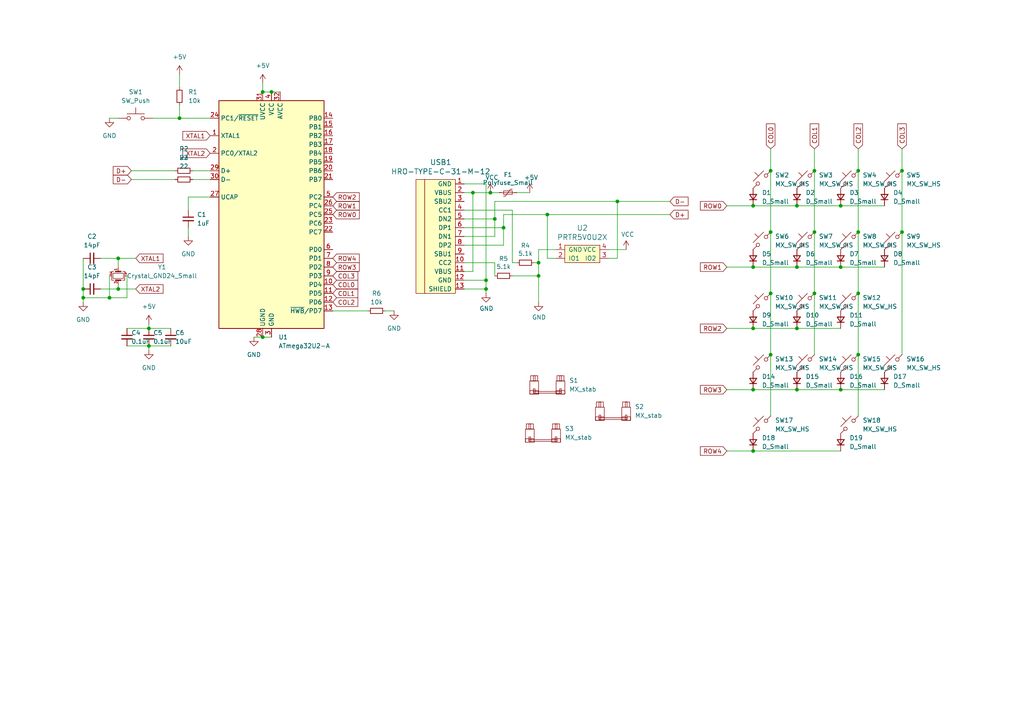
<source format=kicad_sch>
(kicad_sch (version 20211123) (generator eeschema)
  (paper "A4")
  (lib_symbols
    (symbol "Device:C_Small" (pin_numbers hide) (pin_names (offset 0.254) hide)
      (property "Reference" "C" (at 0.254 1.778 0))
      (property "Value" "C_Small" (at 0.254 -2.032 0))
      (symbol "C_Small_0_1"
        (polyline (pts (xy -1.524 -0.508) (xy 1.524 -0.508)) (stroke (width 0.3302)))
        (polyline (pts (xy -1.524 0.508) (xy 1.524 0.508)) (stroke (width 0.3048)))
      )
      (symbol "C_Small_1_1"
        (pin passive line (at 0 2.54 270) (length 2.032) (name "~") (number "1"))
        (pin passive line (at 0 -2.54 90) (length 2.032) (name "~") (number "2"))
      )
    )
    (symbol "Device:Crystal_GND24_Small" (pin_names (offset 1.016) hide)
      (property "Reference" "Y" (at 1.27 4.445 0))
      (property "Value" "Crystal_GND24_Small" (at 1.27 2.54 0))
      (symbol "Crystal_GND24_Small_0_1"
        (rectangle (start -0.762 -1.524) (end 0.762 1.524))
        (polyline (pts (xy -1.27 -0.762) (xy -1.27 0.762)) (stroke (width 0.381)))
        (polyline (pts (xy 1.27 -0.762) (xy 1.27 0.762)) (stroke (width 0.381)))
        (polyline (pts (xy -1.27 -1.27) (xy -1.27 -1.905) (xy 1.27 -1.905) (xy 1.27 -1.27)))
        (polyline (pts (xy -1.27 1.27) (xy -1.27 1.905) (xy 1.27 1.905) (xy 1.27 1.27)))
      )
      (symbol "Crystal_GND24_Small_1_1"
        (pin passive line (at -2.54 0 0) (length 1.27) (name "1") (number "1"))
        (pin passive line (at 0 -2.54 90) (length 0.635) (name "2") (number "2"))
        (pin passive line (at 2.54 0 180) (length 1.27) (name "3") (number "3"))
        (pin passive line (at 0 2.54 270) (length 0.635) (name "4") (number "4"))
      )
    )
    (symbol "Device:D_Small" (pin_numbers hide) (pin_names (offset 0.254) hide)
      (property "Reference" "D" (at -1.27 2.032 0))
      (property "Value" "D_Small" (at -3.81 -2.032 0))
      (symbol "D_Small_0_1"
        (polyline (pts (xy -0.762 -1.016) (xy -0.762 1.016)) (stroke (width 0.254)))
        (polyline (pts (xy -0.762 0) (xy 0.762 0)))
        (polyline (pts (xy 0.762 -1.016) (xy -0.762 0) (xy 0.762 1.016) (xy 0.762 -1.016)) (stroke (width 0.254)))
      )
      (symbol "D_Small_1_1"
        (pin passive line (at -2.54 0 0) (length 1.778) (name "K") (number "1"))
        (pin passive line (at 2.54 0 180) (length 1.778) (name "A") (number "2"))
      )
    )
    (symbol "Device:Polyfuse_Small" (pin_numbers hide) (pin_names (offset 0))
      (property "Reference" "F" (at -1.905 0 90))
      (property "Value" "Polyfuse_Small" (at 1.905 0 90))
      (symbol "Polyfuse_Small_0_1"
        (rectangle (start -0.508 1.27) (end 0.508 -1.27))
        (polyline (pts (xy 0 2.54) (xy 0 -2.54)))
        (polyline (pts (xy -1.016 1.27) (xy -1.016 0.762) (xy 1.016 -0.762) (xy 1.016 -1.27)))
      )
      (symbol "Polyfuse_Small_1_1"
        (pin passive line (at 0 2.54 270) (length 0.635) (name "~") (number "1"))
        (pin passive line (at 0 -2.54 90) (length 0.635) (name "~") (number "2"))
      )
    )
    (symbol "Device:R_Small" (pin_numbers hide) (pin_names (offset 0.254) hide)
      (property "Reference" "R" (at 0.762 0.508 0))
      (property "Value" "R_Small" (at 0.762 -1.016 0))
      (symbol "R_Small_0_1"
        (rectangle (start -0.762 1.778) (end 0.762 -1.778) (stroke (width 0.2032)))
      )
      (symbol "R_Small_1_1"
        (pin passive line (at 0 2.54 270) (length 0.762) (name "~") (number "1"))
        (pin passive line (at 0 -2.54 90) (length 0.762) (name "~") (number "2"))
      )
    )
    (symbol "MCU_Microchip_ATmega:ATmega32U2-A"
      (property "Reference" "U" (at -15.24 34.29 0))
      (property "Value" "ATmega32U2-A" (at 2.54 -34.29 0))
      (symbol "ATmega32U2-A_0_1"
        (rectangle (start -15.24 -33.02) (end 15.24 33.02) (stroke (width 0.254)) (fill (type background)))
      )
      (symbol "ATmega32U2-A_1_1"
        (pin input line (at -17.78 22.86 0) (length 2.54) (name "XTAL1") (number "1"))
        (pin bidirectional line (at 17.78 -20.32 180) (length 2.54) (name "PD4") (number "10"))
        (pin bidirectional line (at 17.78 -22.86 180) (length 2.54) (name "PD5") (number "11"))
        (pin bidirectional line (at 17.78 -25.4 180) (length 2.54) (name "PD6") (number "12"))
        (pin bidirectional line (at 17.78 -27.94 180) (length 2.54) (name "~{HWB}/PD7") (number "13"))
        (pin bidirectional line (at 17.78 27.94 180) (length 2.54) (name "PB0") (number "14"))
        (pin bidirectional line (at 17.78 25.4 180) (length 2.54) (name "PB1") (number "15"))
        (pin bidirectional line (at 17.78 22.86 180) (length 2.54) (name "PB2") (number "16"))
        (pin bidirectional line (at 17.78 20.32 180) (length 2.54) (name "PB3") (number "17"))
        (pin bidirectional line (at 17.78 17.78 180) (length 2.54) (name "PB4") (number "18"))
        (pin bidirectional line (at 17.78 15.24 180) (length 2.54) (name "PB5") (number "19"))
        (pin bidirectional line (at -17.78 17.78 0) (length 2.54) (name "PC0/XTAL2") (number "2"))
        (pin bidirectional line (at 17.78 12.7 180) (length 2.54) (name "PB6") (number "20"))
        (pin bidirectional line (at 17.78 10.16 180) (length 2.54) (name "PB7") (number "21"))
        (pin bidirectional line (at 17.78 -5.08 180) (length 2.54) (name "PC7") (number "22"))
        (pin bidirectional line (at 17.78 -2.54 180) (length 2.54) (name "PC6") (number "23"))
        (pin bidirectional line (at -17.78 27.94 0) (length 2.54) (name "PC1/~{RESET}") (number "24"))
        (pin bidirectional line (at 17.78 0 180) (length 2.54) (name "PC5") (number "25"))
        (pin bidirectional line (at 17.78 2.54 180) (length 2.54) (name "PC4") (number "26"))
        (pin passive line (at -17.78 5.08 0) (length 2.54) (name "UCAP") (number "27"))
        (pin power_in line (at -2.54 -35.56 90) (length 2.54) (name "UGND") (number "28"))
        (pin bidirectional line (at -17.78 12.7 0) (length 2.54) (name "D+") (number "29"))
        (pin power_in line (at 0 -35.56 90) (length 2.54) (name "GND") (number "3"))
        (pin bidirectional line (at -17.78 10.16 0) (length 2.54) (name "D-") (number "30"))
        (pin power_in line (at -2.54 35.56 270) (length 2.54) (name "UVCC") (number "31"))
        (pin power_in line (at 2.54 35.56 270) (length 2.54) (name "AVCC") (number "32"))
        (pin power_in line (at 0 35.56 270) (length 2.54) (name "VCC") (number "4"))
        (pin bidirectional line (at 17.78 5.08 180) (length 2.54) (name "PC2") (number "5"))
        (pin bidirectional line (at 17.78 -10.16 180) (length 2.54) (name "PD0") (number "6"))
        (pin bidirectional line (at 17.78 -12.7 180) (length 2.54) (name "PD1") (number "7"))
        (pin bidirectional line (at 17.78 -15.24 180) (length 2.54) (name "PD2") (number "8"))
        (pin bidirectional line (at 17.78 -17.78 180) (length 2.54) (name "PD3") (number "9"))
      )
    )
    (symbol "Switch:SW_Push" (pin_numbers hide) (pin_names (offset 1.016) hide)
      (property "Reference" "SW" (at 1.27 2.54 0))
      (property "Value" "SW_Push" (at 0 -1.524 0))
      (symbol "SW_Push_0_1"
        (circle (center -2.032 0) (radius 0.508))
        (polyline (pts (xy 0 1.27) (xy 0 3.048)))
        (polyline (pts (xy 2.54 1.27) (xy -2.54 1.27)))
        (circle (center 2.032 0) (radius 0.508))
        (pin passive line (at -5.08 0 0) (length 2.54) (name "1") (number "1"))
        (pin passive line (at 5.08 0 180) (length 2.54) (name "2") (number "2"))
      )
    )
    (symbol "Type-C:HRO-TYPE-C-31-M-12" (pin_names (offset 1.016))
      (property "Reference" "USB" (at -5.08 16.51 0))
      (property "Value" "HRO-TYPE-C-31-M-12" (at -10.16 -1.27 90))
      (symbol "HRO-TYPE-C-31-M-12_0_1"
        (rectangle (start -11.43 15.24) (end -8.89 -17.78) (fill (type background)))
        (rectangle (start 0 -17.78) (end -8.89 15.24) (fill (type background)))
      )
      (symbol "HRO-TYPE-C-31-M-12_1_1"
        (pin input line (at 2.54 13.97 180) (length 2.54) (name "GND") (number "1"))
        (pin input line (at 2.54 -8.89 180) (length 2.54) (name "CC2") (number "10"))
        (pin input line (at 2.54 -11.43 180) (length 2.54) (name "VBUS") (number "11"))
        (pin input line (at 2.54 -13.97 180) (length 2.54) (name "GND") (number "12"))
        (pin input line (at 2.54 -16.51 180) (length 2.54) (name "SHIELD") (number "13"))
        (pin input line (at 2.54 11.43 180) (length 2.54) (name "VBUS") (number "2"))
        (pin input line (at 2.54 8.89 180) (length 2.54) (name "SBU2") (number "3"))
        (pin input line (at 2.54 6.35 180) (length 2.54) (name "CC1") (number "4"))
        (pin input line (at 2.54 3.81 180) (length 2.54) (name "DN2") (number "5"))
        (pin input line (at 2.54 1.27 180) (length 2.54) (name "DP1") (number "6"))
        (pin input line (at 2.54 -1.27 180) (length 2.54) (name "DN1") (number "7"))
        (pin input line (at 2.54 -3.81 180) (length 2.54) (name "DP2") (number "8"))
        (pin input line (at 2.54 -6.35 180) (length 2.54) (name "SBU1") (number "9"))
      )
    )
    (symbol "marbastlib-mx:MX_SW_HS" (pin_numbers hide) (pin_names (offset 1.016) hide)
      (property "Reference" "SW" (at 3.048 1.016 0))
      (property "Value" "MX_SW_HS" (at 0 -3.81 0))
      (symbol "MX_SW_HS_0_1"
        (circle (center -1.1684 1.1684) (radius 0.508))
        (polyline (pts (xy -0.508 2.54) (xy 2.54 -0.508)))
        (polyline (pts (xy 1.016 1.016) (xy 2.032 2.032)))
        (polyline (pts (xy -2.54 2.54) (xy -1.524 1.524) (xy -1.524 1.524)))
        (polyline (pts (xy 1.524 -1.524) (xy 2.54 -2.54) (xy 2.54 -2.54) (xy 2.54 -2.54)))
        (circle (center 1.143 -1.1938) (radius 0.508))
        (pin passive line (at -2.54 2.54 0) (length 0) (name "1") (number "1"))
        (pin passive line (at 2.54 -2.54 180) (length 0) (name "2") (number "2"))
      )
    )
    (symbol "marbastlib-mx:MX_stab" (pin_names (offset 1.016))
      (property "Reference" "S" (at -5.08 6.35 0))
      (property "Value" "MX_stab" (at -5.08 3.81 0))
      (symbol "MX_stab_0_1"
        (rectangle (start -5.08 -1.524) (end -2.54 -2.54))
        (rectangle (start -5.08 1.27) (end -2.54 -2.54))
        (rectangle (start -4.826 2.794) (end -2.794 1.27))
        (rectangle (start -4.064 -2.286) (end -3.556 -1.016))
        (rectangle (start -4.064 -1.778) (end 4.064 -2.286))
        (rectangle (start -4.064 1.27) (end -3.556 2.794))
        (rectangle (start 2.54 -1.524) (end 5.08 -2.54))
        (rectangle (start 2.54 1.27) (end 5.08 -2.54))
        (rectangle (start 2.794 2.794) (end 4.826 1.27))
        (rectangle (start 3.556 1.27) (end 4.064 2.794))
        (rectangle (start 4.064 -2.286) (end 3.556 -1.016))
      )
    )
    (symbol "power:+5V" (power) (pin_names (offset 0))
      (property "Value" "+5V" (at 0 3.556 0))
      (symbol "+5V_0_1"
        (polyline (pts (xy -0.762 1.27) (xy 0 2.54)))
        (polyline (pts (xy 0 0) (xy 0 2.54)))
        (polyline (pts (xy 0 2.54) (xy 0.762 1.27)))
      )
      (symbol "+5V_1_1"
        (pin power_in line (at 0 0 90) (length 0) hide (name "+5V") (number "1"))
      )
    )
    (symbol "power:GND" (power) (pin_names (offset 0))
      (property "Value" "GND" (at 0 -3.81 0))
      (symbol "GND_0_1"
        (polyline (pts (xy 0 0) (xy 0 -1.27) (xy 1.27 -1.27) (xy 0 -2.54) (xy -1.27 -1.27) (xy 0 -1.27)))
      )
      (symbol "GND_1_1"
        (pin power_in line (at 0 0 270) (length 0) hide (name "GND") (number "1"))
      )
    )
    (symbol "power:VCC" (power) (pin_names (offset 0))
      (property "Value" "VCC" (at 0 3.81 0))
      (symbol "VCC_0_1"
        (polyline (pts (xy -0.762 1.27) (xy 0 2.54)))
        (polyline (pts (xy 0 0) (xy 0 2.54)))
        (polyline (pts (xy 0 2.54) (xy 0.762 1.27)))
      )
      (symbol "VCC_1_1"
        (pin power_in line (at 0 0 90) (length 0) hide (name "VCC") (number "1"))
      )
    )
    (symbol "random-keyboard-parts:PRTR5V0U2X" (pin_names (offset 1.016))
      (property "Reference" "U" (at 0 3.81 0))
      (property "Value" "PRTR5V0U2X" (at 0 -3.81 0))
      (symbol "PRTR5V0U2X_0_1"
        (rectangle (start -5.08 2.54) (end 5.08 -2.54) (fill (type background)))
      )
      (symbol "PRTR5V0U2X_1_1"
        (pin input line (at -7.62 1.27 0) (length 2.54) (name "GND") (number "1"))
        (pin input line (at -7.62 -1.27 0) (length 2.54) (name "IO1") (number "2"))
        (pin input line (at 7.62 -1.27 180) (length 2.54) (name "IO2") (number "3"))
        (pin input line (at 7.62 1.27 180) (length 2.54) (name "VCC") (number "4"))
      )
    )
  )
  (junction (at 76.2 97.79))
  (junction (at 78.74 26.67))
  (junction (at 142.24 55.88))
  (junction (at 218.44 59.69))
  (junction (at 52.07 34.29))
  (junction (at 223.52 102.87))
  (junction (at 236.22 49.53))
  (junction (at 218.44 95.25))
  (junction (at 218.44 113.03))
  (junction (at 137.16 55.88))
  (junction (at 158.75 62.23))
  (junction (at 236.22 85.09))
  (junction (at 248.92 67.31))
  (junction (at 140.97 81.28))
  (junction (at 146.05 66.04))
  (junction (at 43.18 100.33))
  (junction (at 243.84 113.03))
  (junction (at 248.92 49.53))
  (junction (at 218.44 130.81))
  (junction (at 140.97 83.82))
  (junction (at 243.84 59.69))
  (junction (at 231.14 59.69))
  (junction (at 243.84 77.47))
  (junction (at 24.13 83.82))
  (junction (at 223.52 49.53))
  (junction (at 156.21 76.2))
  (junction (at 236.22 67.31))
  (junction (at 223.52 85.09))
  (junction (at 223.52 67.31))
  (junction (at 261.62 67.31))
  (junction (at 179.07 58.42))
  (junction (at 231.14 77.47))
  (junction (at 248.92 85.09))
  (junction (at 43.18 95.25))
  (junction (at 248.92 102.87))
  (junction (at 34.29 74.93))
  (junction (at 24.13 86.36))
  (junction (at 34.29 83.82))
  (junction (at 218.44 77.47))
  (junction (at 156.21 80.01))
  (junction (at 231.14 113.03))
  (junction (at 261.62 49.53))
  (junction (at 231.14 95.25))
  (junction (at 143.51 63.5))
  (junction (at 31.75 86.36))
  (junction (at 76.2 26.67))
  (wire (pts (xy 223.52 85.09) (xy 223.52 102.87)))
  (wire (pts (xy 236.22 49.53) (xy 236.22 67.31)))
  (wire (pts (xy 148.59 60.96) (xy 148.59 76.2)))
  (wire (pts (xy 38.1 49.53) (xy 50.8 49.53)))
  (wire (pts (xy 156.21 72.39) (xy 156.21 76.2)))
  (wire (pts (xy 143.51 58.42) (xy 143.51 63.5)))
  (wire (pts (xy 218.44 59.69) (xy 231.14 59.69)))
  (wire (pts (xy 218.44 130.81) (xy 243.84 130.81)))
  (wire (pts (xy 43.18 100.33) (xy 49.53 100.33)))
  (wire (pts (xy 210.82 113.03) (xy 218.44 113.03)))
  (wire (pts (xy 236.22 67.31) (xy 236.22 85.09)))
  (wire (pts (xy 156.21 72.39) (xy 161.29 72.39)))
  (wire (pts (xy 54.61 57.15) (xy 54.61 60.96)))
  (wire (pts (xy 156.21 76.2) (xy 154.94 76.2)))
  (wire (pts (xy 140.97 83.82) (xy 140.97 85.09)))
  (wire (pts (xy 36.83 80.01) (xy 36.83 86.36)))
  (wire (pts (xy 137.16 78.74) (xy 137.16 55.88)))
  (wire (pts (xy 38.1 52.07) (xy 50.8 52.07)))
  (wire (pts (xy 24.13 86.36) (xy 24.13 87.63)))
  (wire (pts (xy 248.92 85.09) (xy 248.92 102.87)))
  (wire (pts (xy 140.97 81.28) (xy 140.97 83.82)))
  (wire (pts (xy 134.62 55.88) (xy 137.16 55.88)))
  (wire (pts (xy 218.44 95.25) (xy 231.14 95.25)))
  (wire (pts (xy 248.92 49.53) (xy 248.92 67.31)))
  (wire (pts (xy 76.2 24.13) (xy 76.2 26.67)))
  (wire (pts (xy 134.62 53.34) (xy 140.97 53.34)))
  (wire (pts (xy 52.07 21.59) (xy 52.07 25.4)))
  (wire (pts (xy 52.07 30.48) (xy 52.07 34.29)))
  (wire (pts (xy 210.82 77.47) (xy 218.44 77.47)))
  (wire (pts (xy 34.29 82.55) (xy 34.29 83.82)))
  (wire (pts (xy 134.62 78.74) (xy 137.16 78.74)))
  (wire (pts (xy 248.92 67.31) (xy 248.92 85.09)))
  (wire (pts (xy 142.24 55.88) (xy 144.78 55.88)))
  (wire (pts (xy 149.86 55.88) (xy 153.67 55.88)))
  (wire (pts (xy 261.62 67.31) (xy 261.62 102.87)))
  (wire (pts (xy 179.07 58.42) (xy 194.31 58.42)))
  (wire (pts (xy 210.82 130.81) (xy 218.44 130.81)))
  (wire (pts (xy 223.52 67.31) (xy 223.52 85.09)))
  (wire (pts (xy 236.22 85.09) (xy 236.22 102.87)))
  (wire (pts (xy 55.88 52.07) (xy 60.96 52.07)))
  (wire (pts (xy 111.76 90.17) (xy 114.3 90.17)))
  (wire (pts (xy 248.92 102.87) (xy 248.92 120.65)))
  (wire (pts (xy 148.59 80.01) (xy 156.21 80.01)))
  (wire (pts (xy 134.62 76.2) (xy 143.51 76.2)))
  (wire (pts (xy 158.75 62.23) (xy 194.31 62.23)))
  (wire (pts (xy 52.07 34.29) (xy 60.96 34.29)))
  (wire (pts (xy 36.83 100.33) (xy 43.18 100.33)))
  (wire (pts (xy 148.59 76.2) (xy 149.86 76.2)))
  (wire (pts (xy 134.62 83.82) (xy 140.97 83.82)))
  (wire (pts (xy 158.75 62.23) (xy 158.75 74.93)))
  (wire (pts (xy 146.05 62.23) (xy 146.05 66.04)))
  (wire (pts (xy 60.96 57.15) (xy 54.61 57.15)))
  (wire (pts (xy 143.51 63.5) (xy 143.51 68.58)))
  (wire (pts (xy 223.52 43.18) (xy 223.52 49.53)))
  (wire (pts (xy 236.22 43.18) (xy 236.22 49.53)))
  (wire (pts (xy 78.74 26.67) (xy 81.28 26.67)))
  (wire (pts (xy 24.13 83.82) (xy 24.13 86.36)))
  (wire (pts (xy 31.75 34.29) (xy 34.29 34.29)))
  (wire (pts (xy 34.29 74.93) (xy 39.37 74.93)))
  (wire (pts (xy 243.84 59.69) (xy 256.54 59.69)))
  (wire (pts (xy 29.21 74.93) (xy 34.29 74.93)))
  (wire (pts (xy 143.51 76.2) (xy 143.51 80.01)))
  (wire (pts (xy 29.21 83.82) (xy 34.29 83.82)))
  (wire (pts (xy 140.97 81.28) (xy 134.62 81.28)))
  (wire (pts (xy 179.07 58.42) (xy 143.51 58.42)))
  (wire (pts (xy 76.2 97.79) (xy 78.74 97.79)))
  (wire (pts (xy 134.62 71.12) (xy 146.05 71.12)))
  (wire (pts (xy 261.62 43.18) (xy 261.62 49.53)))
  (wire (pts (xy 156.21 80.01) (xy 156.21 87.63)))
  (wire (pts (xy 54.61 66.04) (xy 54.61 68.58)))
  (wire (pts (xy 44.45 34.29) (xy 52.07 34.29)))
  (wire (pts (xy 143.51 63.5) (xy 134.62 63.5)))
  (wire (pts (xy 231.14 95.25) (xy 243.84 95.25)))
  (wire (pts (xy 243.84 77.47) (xy 256.54 77.47)))
  (wire (pts (xy 140.97 53.34) (xy 140.97 81.28)))
  (wire (pts (xy 31.75 80.01) (xy 31.75 86.36)))
  (wire (pts (xy 179.07 58.42) (xy 179.07 74.93)))
  (wire (pts (xy 218.44 113.03) (xy 231.14 113.03)))
  (wire (pts (xy 210.82 59.69) (xy 218.44 59.69)))
  (wire (pts (xy 55.88 49.53) (xy 60.96 49.53)))
  (wire (pts (xy 31.75 86.36) (xy 36.83 86.36)))
  (wire (pts (xy 137.16 55.88) (xy 142.24 55.88)))
  (wire (pts (xy 24.13 74.93) (xy 24.13 83.82)))
  (wire (pts (xy 161.29 74.93) (xy 158.75 74.93)))
  (wire (pts (xy 243.84 113.03) (xy 256.54 113.03)))
  (wire (pts (xy 146.05 66.04) (xy 134.62 66.04)))
  (wire (pts (xy 261.62 49.53) (xy 261.62 67.31)))
  (wire (pts (xy 223.52 49.53) (xy 223.52 67.31)))
  (wire (pts (xy 43.18 95.25) (xy 49.53 95.25)))
  (wire (pts (xy 231.14 113.03) (xy 243.84 113.03)))
  (wire (pts (xy 43.18 100.33) (xy 43.18 101.6)))
  (wire (pts (xy 156.21 76.2) (xy 156.21 80.01)))
  (wire (pts (xy 43.18 93.98) (xy 43.18 95.25)))
  (wire (pts (xy 231.14 77.47) (xy 243.84 77.47)))
  (wire (pts (xy 134.62 60.96) (xy 148.59 60.96)))
  (wire (pts (xy 210.82 95.25) (xy 218.44 95.25)))
  (wire (pts (xy 73.66 97.79) (xy 76.2 97.79)))
  (wire (pts (xy 146.05 71.12) (xy 146.05 66.04)))
  (wire (pts (xy 24.13 86.36) (xy 31.75 86.36)))
  (wire (pts (xy 143.51 68.58) (xy 134.62 68.58)))
  (wire (pts (xy 76.2 26.67) (xy 78.74 26.67)))
  (wire (pts (xy 176.53 72.39) (xy 181.61 72.39)))
  (wire (pts (xy 223.52 102.87) (xy 223.52 120.65)))
  (wire (pts (xy 218.44 77.47) (xy 231.14 77.47)))
  (wire (pts (xy 34.29 83.82) (xy 39.37 83.82)))
  (wire (pts (xy 36.83 95.25) (xy 43.18 95.25)))
  (wire (pts (xy 248.92 43.18) (xy 248.92 49.53)))
  (wire (pts (xy 176.53 74.93) (xy 179.07 74.93)))
  (wire (pts (xy 96.52 90.17) (xy 106.68 90.17)))
  (wire (pts (xy 34.29 74.93) (xy 34.29 77.47)))
  (wire (pts (xy 231.14 59.69) (xy 243.84 59.69)))
  (wire (pts (xy 146.05 62.23) (xy 158.75 62.23)))
  (global_label "COL1" (shape input) (at 236.22 43.18 90) (property "Intersheet References" "${INTERSHEET_REFS}" (effects hide)))
  (global_label "ROW0" (shape input) (at 96.52 62.23 0) (property "Intersheet References" "${INTERSHEET_REFS}" (effects hide)))
  (global_label "XTAL1" (shape input) (at 39.37 74.93 0) (property "Intersheet References" "${INTERSHEET_REFS}" (effects hide)))
  (global_label "COL0" (shape input) (at 96.52 82.55 0) (property "Intersheet References" "${INTERSHEET_REFS}" (effects hide)))
  (global_label "COL3" (shape input) (at 96.52 80.01 0) (property "Intersheet References" "${INTERSHEET_REFS}" (effects hide)))
  (global_label "ROW1" (shape input) (at 96.52 59.69 0) (property "Intersheet References" "${INTERSHEET_REFS}" (effects hide)))
  (global_label "XTAL2" (shape input) (at 39.37 83.82 0) (property "Intersheet References" "${INTERSHEET_REFS}" (effects hide)))
  (global_label "ROW3" (shape input) (at 96.52 77.47 0) (property "Intersheet References" "${INTERSHEET_REFS}" (effects hide)))
  (global_label "COL3" (shape input) (at 261.62 43.18 90) (property "Intersheet References" "${INTERSHEET_REFS}" (effects hide)))
  (global_label "XTAL2" (shape input) (at 60.96 44.45 180) (property "Intersheet References" "${INTERSHEET_REFS}" (effects hide)))
  (global_label "ROW3" (shape input) (at 210.82 113.03 180) (property "Intersheet References" "${INTERSHEET_REFS}" (effects hide)))
  (global_label "D-" (shape input) (at 194.31 58.42 0) (property "Intersheet References" "${INTERSHEET_REFS}" (effects hide)))
  (global_label "D-" (shape input) (at 38.1 52.07 180) (property "Intersheet References" "${INTERSHEET_REFS}" (effects hide)))
  (global_label "ROW4" (shape input) (at 210.82 130.81 180) (property "Intersheet References" "${INTERSHEET_REFS}" (effects hide)))
  (global_label "D+" (shape input) (at 38.1 49.53 180) (property "Intersheet References" "${INTERSHEET_REFS}" (effects hide)))
  (global_label "COL0" (shape input) (at 223.52 43.18 90) (property "Intersheet References" "${INTERSHEET_REFS}" (effects hide)))
  (global_label "ROW0" (shape input) (at 210.82 59.69 180) (property "Intersheet References" "${INTERSHEET_REFS}" (effects hide)))
  (global_label "ROW1" (shape input) (at 210.82 77.47 180) (property "Intersheet References" "${INTERSHEET_REFS}" (effects hide)))
  (global_label "ROW2" (shape input) (at 96.52 57.15 0) (property "Intersheet References" "${INTERSHEET_REFS}" (effects hide)))
  (global_label "COL2" (shape input) (at 248.92 43.18 90) (property "Intersheet References" "${INTERSHEET_REFS}" (effects hide)))
  (global_label "D+" (shape input) (at 194.31 62.23 0) (property "Intersheet References" "${INTERSHEET_REFS}" (effects hide)))
  (global_label "XTAL1" (shape input) (at 60.96 39.37 180) (property "Intersheet References" "${INTERSHEET_REFS}" (effects hide)))
  (global_label "ROW4" (shape input) (at 96.52 74.93 0) (property "Intersheet References" "${INTERSHEET_REFS}" (effects hide)))
  (global_label "COL1" (shape input) (at 96.52 85.09 0) (property "Intersheet References" "${INTERSHEET_REFS}" (effects hide)))
  (global_label "COL2" (shape input) (at 96.52 87.63 0) (property "Intersheet References" "${INTERSHEET_REFS}" (effects hide)))
  (global_label "ROW2" (shape input) (at 210.82 95.25 180) (property "Intersheet References" "${INTERSHEET_REFS}" (effects hide)))
  (symbol (lib_id "marbastlib-mx:MX_SW_HS") (at 259.08 69.85 90) (unit 1)
    (property "Reference" "SW9" (at 262.89 68.5799 90) (effects (justify right)))
    (property "Value" "MX_SW_HS" (at 262.89 71.1199 90) (effects (justify right)))
    (property "Footprint" "marbastlib-mx:SW_MX_HS_1u" (effects hide))
  )
  (symbol (lib_id "Device:Crystal_GND24_Small") (at 34.29 80.01 270) (unit 1)
    (property "Reference" "Y1" (at 46.99 77.47 90))
    (property "Value" "Crystal_GND24_Small" (at 46.99 80.01 90))
    (property "Footprint" "Crystal:Crystal_SMD_3225-4Pin_3.2x2.5mm_HandSoldering" (effects hide))
  )
  (symbol (lib_id "Device:Polyfuse_Small") (at 147.32 55.88 270) (unit 1)
    (property "Reference" "F1" (at 147.32 50.673 90))
    (property "Value" "Polyfuse_Small" (at 147.32 52.9844 90))
    (property "Footprint" "Fuse:Fuse_1206_3216Metric_Pad1.42x1.75mm_HandSolder" (effects hide))
  )
  (symbol (lib_id "Device:D_Small") (at 231.14 92.71 90) (unit 1)
    (property "Reference" "D10" (at 233.68 91.4399 90) (effects (justify right)))
    (property "Value" "D_Small" (at 233.68 93.9799 90) (effects (justify right)))
    (property "Footprint" "Diode_SMD:D_0805_2012Metric_Pad1.15x1.40mm_HandSolder" (effects hide))
  )
  (symbol (lib_id "Device:D_Small") (at 218.44 92.71 90) (unit 1)
    (property "Reference" "D9" (at 220.98 91.4399 90) (effects (justify right)))
    (property "Value" "D_Small" (at 220.98 93.9799 90) (effects (justify right)))
    (property "Footprint" "Diode_SMD:D_0805_2012Metric_Pad1.15x1.40mm_HandSolder" (effects hide))
  )
  (symbol (lib_id "marbastlib-mx:MX_SW_HS") (at 259.08 105.41 90) (unit 1)
    (property "Reference" "SW16" (at 262.89 104.1399 90) (effects (justify right)))
    (property "Value" "MX_SW_HS" (at 262.89 106.6799 90) (effects (justify right)))
    (property "Footprint" "marbastlib-mx:SW_MX_HS_1u" (effects hide))
  )
  (symbol (lib_id "marbastlib-mx:MX_SW_HS") (at 220.98 87.63 90) (unit 1)
    (property "Reference" "SW10" (at 224.79 86.3599 90) (effects (justify right)))
    (property "Value" "MX_SW_HS" (at 224.79 88.8999 90) (effects (justify right)))
    (property "Footprint" "marbastlib-mx:SW_MX_HS_1u" (effects hide))
  )
  (symbol (lib_id "Device:R_Small") (at 146.05 80.01 270) (unit 1)
    (property "Reference" "R5" (at 146.05 75.0316 90))
    (property "Value" "5.1k" (at 146.05 77.343 90))
    (property "Footprint" "Resistor_SMD:R_0805_2012Metric_Pad1.20x1.40mm_HandSolder" (effects hide))
  )
  (symbol (lib_id "marbastlib-mx:MX_SW_HS") (at 233.68 87.63 90) (unit 1)
    (property "Reference" "SW11" (at 237.49 86.3599 90) (effects (justify right)))
    (property "Value" "MX_SW_HS" (at 237.49 88.8999 90) (effects (justify right)))
    (property "Footprint" "marbastlib-mx:SW_MX_HS_1u" (effects hide))
  )
  (symbol (lib_id "random-keyboard-parts:PRTR5V0U2X") (at 168.91 73.66 0) (unit 1)
    (property "Reference" "U2" (at 168.91 66.1162 0) (effects (font (size 1.524 1.524))))
    (property "Value" "PRTR5V0U2X" (at 168.91 68.8086 0) (effects (font (size 1.524 1.524))))
    (property "Footprint" "random-keyboard-parts:SOT143B" (effects hide))
  )
  (symbol (lib_id "Device:D_Small") (at 218.44 74.93 90) (unit 1)
    (property "Reference" "D5" (at 220.98 73.6599 90) (effects (justify right)))
    (property "Value" "D_Small" (at 220.98 76.1999 90) (effects (justify right)))
    (property "Footprint" "Diode_SMD:D_0805_2012Metric_Pad1.15x1.40mm_HandSolder" (effects hide))
  )
  (symbol (lib_id "Device:D_Small") (at 243.84 128.27 90) (unit 1)
    (property "Reference" "D19" (at 246.38 126.9999 90) (effects (justify right)))
    (property "Value" "D_Small" (at 246.38 129.5399 90) (effects (justify right)))
    (property "Footprint" "Diode_SMD:D_0805_2012Metric_Pad1.15x1.40mm_HandSolder" (effects hide))
  )
  (symbol (lib_id "Device:R_Small") (at 53.34 52.07 270) (unit 1)
    (property "Reference" "R3" (at 53.34 45.72 90))
    (property "Value" "22" (at 53.34 48.26 90))
    (property "Footprint" "Resistor_SMD:R_0805_2012Metric_Pad1.20x1.40mm_HandSolder" (effects hide))
  )
  (symbol (lib_id "Device:D_Small") (at 218.44 128.27 90) (unit 1)
    (property "Reference" "D18" (at 220.98 126.9999 90) (effects (justify right)))
    (property "Value" "D_Small" (at 220.98 129.5399 90) (effects (justify right)))
    (property "Footprint" "Diode_SMD:D_0805_2012Metric_Pad1.15x1.40mm_HandSolder" (effects hide))
  )
  (symbol (lib_id "marbastlib-mx:MX_SW_HS") (at 233.68 69.85 90) (unit 1)
    (property "Reference" "SW7" (at 237.49 68.5799 90) (effects (justify right)))
    (property "Value" "MX_SW_HS" (at 237.49 71.1199 90) (effects (justify right)))
    (property "Footprint" "marbastlib-mx:SW_MX_HS_1u" (effects hide))
  )
  (symbol (lib_id "power:+5V") (at 76.2 24.13 0) (unit 1)
    (property "Reference" "#PWR02" (effects hide))
    (property "Value" "+5V" (at 76.2 19.05 0))
  )
  (symbol (lib_id "marbastlib-mx:MX_SW_HS") (at 220.98 69.85 90) (unit 1)
    (property "Reference" "SW6" (at 224.79 68.5799 90) (effects (justify right)))
    (property "Value" "MX_SW_HS" (at 224.79 71.1199 90) (effects (justify right)))
    (property "Footprint" "marbastlib-mx:SW_MX_HS_1u" (effects hide))
  )
  (symbol (lib_id "power:+5V") (at 153.67 55.88 0) (unit 1)
    (property "Reference" "#PWR05" (effects hide))
    (property "Value" "+5V" (at 154.051 51.4858 0))
  )
  (symbol (lib_id "Device:D_Small") (at 256.54 57.15 90) (unit 1)
    (property "Reference" "D4" (at 259.08 55.8799 90) (effects (justify right)))
    (property "Value" "D_Small" (at 259.08 58.4199 90) (effects (justify right)))
    (property "Footprint" "Diode_SMD:D_0805_2012Metric_Pad1.15x1.40mm_HandSolder" (effects hide))
  )
  (symbol (lib_id "Type-C:HRO-TYPE-C-31-M-12") (at 132.08 67.31 0) (unit 1)
    (property "Reference" "USB1" (at 127.8382 47.0662 0) (effects (font (size 1.524 1.524))))
    (property "Value" "HRO-TYPE-C-31-M-12" (at 127.8382 49.7586 0) (effects (font (size 1.524 1.524))))
    (property "Footprint" "Type-C:HRO-TYPE-C-31-M-12-HandSoldering" (effects hide))
  )
  (symbol (lib_id "Device:D_Small") (at 231.14 57.15 90) (unit 1)
    (property "Reference" "D2" (at 233.68 55.8799 90) (effects (justify right)))
    (property "Value" "D_Small" (at 233.68 58.4199 90) (effects (justify right)))
    (property "Footprint" "Diode_SMD:D_0805_2012Metric_Pad1.15x1.40mm_HandSolder" (effects hide))
  )
  (symbol (lib_id "Device:C_Small") (at 26.67 74.93 90) (unit 1)
    (property "Reference" "C2" (at 26.6763 68.58 90))
    (property "Value" "14pF" (at 26.6763 71.12 90))
    (property "Footprint" "Capacitor_SMD:C_0805_2012Metric_Pad1.18x1.45mm_HandSolder" (effects hide))
  )
  (symbol (lib_id "power:GND") (at 43.18 101.6 0) (unit 1)
    (property "Reference" "#PWR017" (effects hide))
    (property "Value" "GND" (at 43.18 106.68 0))
  )
  (symbol (lib_id "marbastlib-mx:MX_stab") (at 157.48 125.73 0) (unit 1)
    (property "Reference" "S3" (at 163.83 124.3329 0) (effects (justify left)))
    (property "Value" "MX_stab" (at 163.83 126.8729 0) (effects (justify left)))
    (property "Footprint" "marbastlib-mx:STAB_MX_2u" (effects hide))
  )
  (symbol (lib_id "marbastlib-mx:MX_SW_HS") (at 233.68 52.07 90) (unit 1)
    (property "Reference" "SW3" (at 237.49 50.7999 90) (effects (justify right)))
    (property "Value" "MX_SW_HS" (at 237.49 53.3399 90) (effects (justify right)))
    (property "Footprint" "marbastlib-mx:SW_MX_HS_1u" (effects hide))
  )
  (symbol (lib_id "Device:D_Small") (at 243.84 74.93 90) (unit 1)
    (property "Reference" "D7" (at 246.38 73.6599 90) (effects (justify right)))
    (property "Value" "D_Small" (at 246.38 76.1999 90) (effects (justify right)))
    (property "Footprint" "Diode_SMD:D_0805_2012Metric_Pad1.15x1.40mm_HandSolder" (effects hide))
  )
  (symbol (lib_id "marbastlib-mx:MX_SW_HS") (at 259.08 52.07 90) (unit 1)
    (property "Reference" "SW5" (at 262.89 50.7999 90) (effects (justify right)))
    (property "Value" "MX_SW_HS" (at 262.89 53.3399 90) (effects (justify right)))
    (property "Footprint" "marbastlib-mx:SW_MX_HS_1u" (effects hide))
  )
  (symbol (lib_id "power:VCC") (at 181.61 72.39 0) (unit 1)
    (property "Reference" "#PWR07" (effects hide))
    (property "Value" "VCC" (at 182.0418 67.9958 0))
  )
  (symbol (lib_id "Device:D_Small") (at 256.54 110.49 90) (unit 1)
    (property "Reference" "D17" (at 259.08 109.2199 90) (effects (justify right)))
    (property "Value" "D_Small" (at 259.08 111.7599 90) (effects (justify right)))
    (property "Footprint" "Diode_SMD:D_0805_2012Metric_Pad1.15x1.40mm_HandSolder" (effects hide))
  )
  (symbol (lib_id "Switch:SW_Push") (at 39.37 34.29 0) (unit 1)
    (property "Reference" "SW1" (at 39.37 26.67 0))
    (property "Value" "SW_Push" (at 39.37 29.21 0))
    (property "Footprint" "random-keyboard-parts:SKQGADE010" (effects hide))
  )
  (symbol (lib_id "Device:D_Small") (at 243.84 57.15 90) (unit 1)
    (property "Reference" "D3" (at 246.38 55.8799 90) (effects (justify right)))
    (property "Value" "D_Small" (at 246.38 58.4199 90) (effects (justify right)))
    (property "Footprint" "Diode_SMD:D_0805_2012Metric_Pad1.15x1.40mm_HandSolder" (effects hide))
  )
  (symbol (lib_id "power:GND") (at 140.97 85.09 0) (unit 1)
    (property "Reference" "#PWR08" (effects hide))
    (property "Value" "GND" (at 141.097 89.4842 0))
  )
  (symbol (lib_id "power:GND") (at 114.3 90.17 0) (unit 1)
    (property "Reference" "#PWR011" (effects hide))
    (property "Value" "GND" (at 114.3 95.25 0))
  )
  (symbol (lib_id "marbastlib-mx:MX_SW_HS") (at 246.38 69.85 90) (unit 1)
    (property "Reference" "SW8" (at 250.19 68.5799 90) (effects (justify right)))
    (property "Value" "MX_SW_HS" (at 250.19 71.1199 90) (effects (justify right)))
    (property "Footprint" "marbastlib-mx:SW_MX_HS_1u" (effects hide))
  )
  (symbol (lib_id "power:VCC") (at 142.24 55.88 0) (unit 1)
    (property "Reference" "#PWR04" (effects hide))
    (property "Value" "VCC" (at 142.6718 51.4858 0))
  )
  (symbol (lib_id "marbastlib-mx:MX_SW_HS") (at 233.68 105.41 90) (unit 1)
    (property "Reference" "SW14" (at 237.49 104.1399 90) (effects (justify right)))
    (property "Value" "MX_SW_HS" (at 237.49 106.6799 90) (effects (justify right)))
    (property "Footprint" "marbastlib-mx:SW_MX_HS_1u" (effects hide))
  )
  (symbol (lib_id "marbastlib-mx:MX_stab") (at 177.8 119.38 0) (unit 1)
    (property "Reference" "S2" (at 184.15 117.9829 0) (effects (justify left)))
    (property "Value" "MX_stab" (at 184.15 120.5229 0) (effects (justify left)))
    (property "Footprint" "marbastlib-mx:STAB_MX_2u" (effects hide))
  )
  (symbol (lib_id "power:GND") (at 54.61 68.58 0) (unit 1)
    (property "Reference" "#PWR06" (effects hide))
    (property "Value" "GND" (at 54.61 73.66 0))
  )
  (symbol (lib_id "Device:C_Small") (at 26.67 83.82 90) (unit 1)
    (property "Reference" "C3" (at 26.6763 77.47 90))
    (property "Value" "14pF" (at 26.6763 80.01 90))
    (property "Footprint" "Capacitor_SMD:C_0805_2012Metric_Pad1.18x1.45mm_HandSolder" (effects hide))
  )
  (symbol (lib_id "Device:D_Small") (at 243.84 92.71 90) (unit 1)
    (property "Reference" "D11" (at 246.38 91.4399 90) (effects (justify right)))
    (property "Value" "D_Small" (at 246.38 93.9799 90) (effects (justify right)))
    (property "Footprint" "Diode_SMD:D_0805_2012Metric_Pad1.15x1.40mm_HandSolder" (effects hide))
  )
  (symbol (lib_id "Device:D_Small") (at 231.14 74.93 90) (unit 1)
    (property "Reference" "D6" (at 233.68 73.6599 90) (effects (justify right)))
    (property "Value" "D_Small" (at 233.68 76.1999 90) (effects (justify right)))
    (property "Footprint" "Diode_SMD:D_0805_2012Metric_Pad1.15x1.40mm_HandSolder" (effects hide))
  )
  (symbol (lib_id "power:GND") (at 156.21 87.63 0) (unit 1)
    (property "Reference" "#PWR010" (effects hide))
    (property "Value" "GND" (at 156.337 92.0242 0))
  )
  (symbol (lib_id "Device:D_Small") (at 218.44 110.49 90) (unit 1)
    (property "Reference" "D14" (at 220.98 109.2199 90) (effects (justify right)))
    (property "Value" "D_Small" (at 220.98 111.7599 90) (effects (justify right)))
    (property "Footprint" "Diode_SMD:D_0805_2012Metric_Pad1.15x1.40mm_HandSolder" (effects hide))
  )
  (symbol (lib_id "power:GND") (at 31.75 34.29 0) (unit 1)
    (property "Reference" "#PWR03" (effects hide))
    (property "Value" "GND" (at 31.75 39.37 0))
  )
  (symbol (lib_id "Device:D_Small") (at 231.14 110.49 90) (unit 1)
    (property "Reference" "D15" (at 233.68 109.2199 90) (effects (justify right)))
    (property "Value" "D_Small" (at 233.68 111.7599 90) (effects (justify right)))
    (property "Footprint" "Diode_SMD:D_0805_2012Metric_Pad1.15x1.40mm_HandSolder" (effects hide))
  )
  (symbol (lib_id "marbastlib-mx:MX_SW_HS") (at 220.98 123.19 90) (unit 1)
    (property "Reference" "SW17" (at 224.79 121.9199 90) (effects (justify right)))
    (property "Value" "MX_SW_HS" (at 224.79 124.4599 90) (effects (justify right)))
    (property "Footprint" "marbastlib-mx:SW_MX_HS_1u" (effects hide))
  )
  (symbol (lib_id "power:GND") (at 24.13 87.63 0) (unit 1)
    (property "Reference" "#PWR09" (effects hide))
    (property "Value" "GND" (at 24.13 92.71 0))
  )
  (symbol (lib_id "power:+5V") (at 52.07 21.59 0) (unit 1)
    (property "Reference" "#PWR01" (effects hide))
    (property "Value" "+5V" (at 52.07 16.51 0))
  )
  (symbol (lib_id "Device:C_Small") (at 49.53 97.79 0) (unit 1)
    (property "Reference" "C6" (at 50.8 96.52 0) (effects (justify left)))
    (property "Value" "10uF" (at 50.8 99.06 0) (effects (justify left)))
    (property "Footprint" "Capacitor_SMD:C_0805_2012Metric_Pad1.18x1.45mm_HandSolder" (effects hide))
  )
  (symbol (lib_id "marbastlib-mx:MX_SW_HS") (at 220.98 105.41 90) (unit 1)
    (property "Reference" "SW13" (at 224.79 104.1399 90) (effects (justify right)))
    (property "Value" "MX_SW_HS" (at 224.79 106.6799 90) (effects (justify right)))
    (property "Footprint" "marbastlib-mx:SW_MX_HS_1u" (effects hide))
  )
  (symbol (lib_id "marbastlib-mx:MX_SW_HS") (at 246.38 52.07 90) (unit 1)
    (property "Reference" "SW4" (at 250.19 50.7999 90) (effects (justify right)))
    (property "Value" "MX_SW_HS" (at 250.19 53.3399 90) (effects (justify right)))
    (property "Footprint" "marbastlib-mx:SW_MX_HS_1u" (effects hide))
  )
  (symbol (lib_id "Device:C_Small") (at 54.61 63.5 0) (unit 1)
    (property "Reference" "C1" (at 57.15 62.2362 0) (effects (justify left)))
    (property "Value" "1uF" (at 57.15 64.7762 0) (effects (justify left)))
    (property "Footprint" "Capacitor_SMD:C_0805_2012Metric_Pad1.18x1.45mm_HandSolder" (effects hide))
  )
  (symbol (lib_id "Device:D_Small") (at 256.54 74.93 90) (unit 1)
    (property "Reference" "D8" (at 259.08 73.6599 90) (effects (justify right)))
    (property "Value" "D_Small" (at 259.08 76.1999 90) (effects (justify right)))
    (property "Footprint" "Diode_SMD:D_0805_2012Metric_Pad1.15x1.40mm_HandSolder" (effects hide))
  )
  (symbol (lib_id "Device:R_Small") (at 109.22 90.17 90) (unit 1)
    (property "Reference" "R6" (at 109.22 85.09 90))
    (property "Value" "10k" (at 109.22 87.63 90))
    (property "Footprint" "Resistor_SMD:R_0805_2012Metric_Pad1.20x1.40mm_HandSolder" (effects hide))
  )
  (symbol (lib_id "MCU_Microchip_ATmega:ATmega32U2-A") (at 78.74 62.23 0) (unit 1)
    (property "Reference" "U1" (at 80.7594 97.79 0) (effects (justify left)))
    (property "Value" "ATmega32U2-A" (at 80.7594 100.33 0) (effects (justify left)))
    (property "Footprint" "Package_QFP:TQFP-32_7x7mm_P0.8mm" (effects hide))
    (property "Datasheet" "http://ww1.microchip.com/downloads/en/DeviceDoc/doc7799.pdf" (effects hide))
  )
  (symbol (lib_id "marbastlib-mx:MX_SW_HS") (at 246.38 87.63 90) (unit 1)
    (property "Reference" "SW12" (at 250.19 86.3599 90) (effects (justify right)))
    (property "Value" "MX_SW_HS" (at 250.19 88.8999 90) (effects (justify right)))
    (property "Footprint" "marbastlib-mx:SW_MX_HS_1u" (effects hide))
  )
  (symbol (lib_id "Device:D_Small") (at 243.84 110.49 90) (unit 1)
    (property "Reference" "D16" (at 246.38 109.2199 90) (effects (justify right)))
    (property "Value" "D_Small" (at 246.38 111.7599 90) (effects (justify right)))
    (property "Footprint" "Diode_SMD:D_0805_2012Metric_Pad1.15x1.40mm_HandSolder" (effects hide))
  )
  (symbol (lib_id "marbastlib-mx:MX_SW_HS") (at 220.98 52.07 90) (unit 1)
    (property "Reference" "SW2" (at 224.79 50.7999 90) (effects (justify right)))
    (property "Value" "MX_SW_HS" (at 224.79 53.3399 90) (effects (justify right)))
    (property "Footprint" "marbastlib-mx:SW_MX_HS_1u" (effects hide))
  )
  (symbol (lib_id "Device:R_Small") (at 152.4 76.2 270) (unit 1)
    (property "Reference" "R4" (at 152.4 71.2216 90))
    (property "Value" "5.1k" (at 152.4 73.533 90))
    (property "Footprint" "Resistor_SMD:R_0805_2012Metric_Pad1.20x1.40mm_HandSolder" (effects hide))
  )
  (symbol (lib_id "Device:C_Small") (at 36.83 97.79 0) (unit 1)
    (property "Reference" "C4" (at 38.1 96.52 0) (effects (justify left)))
    (property "Value" "0.1uF" (at 38.1 99.06 0) (effects (justify left)))
    (property "Footprint" "Capacitor_SMD:C_0805_2012Metric_Pad1.18x1.45mm_HandSolder" (effects hide))
  )
  (symbol (lib_id "power:+5V") (at 43.18 93.98 0) (unit 1)
    (property "Reference" "#PWR012" (effects hide))
    (property "Value" "+5V" (at 43.18 88.9 0))
  )
  (symbol (lib_id "marbastlib-mx:MX_stab") (at 158.75 111.76 0) (unit 1)
    (property "Reference" "S1" (at 165.1 110.3629 0) (effects (justify left)))
    (property "Value" "MX_stab" (at 165.1 112.9029 0) (effects (justify left)))
    (property "Footprint" "marbastlib-mx:STAB_MX_2u" (effects hide))
  )
  (symbol (lib_id "Device:C_Small") (at 43.18 97.79 0) (unit 1)
    (property "Reference" "C5" (at 44.45 96.52 0) (effects (justify left)))
    (property "Value" "0.1uF" (at 44.45 99.06 0) (effects (justify left)))
    (property "Footprint" "Capacitor_SMD:C_0805_2012Metric_Pad1.18x1.45mm_HandSolder" (effects hide))
  )
  (symbol (lib_id "Device:D_Small") (at 218.44 57.15 90) (unit 1)
    (property "Reference" "D1" (at 220.98 55.8799 90) (effects (justify right)))
    (property "Value" "D_Small" (at 220.98 58.4199 90) (effects (justify right)))
    (property "Footprint" "Diode_SMD:D_0805_2012Metric_Pad1.15x1.40mm_HandSolder" (effects hide))
  )
  (symbol (lib_id "power:GND") (at 73.66 97.79 0) (unit 1)
    (property "Reference" "#PWR014" (effects hide))
    (property "Value" "GND" (at 73.66 102.87 0))
  )
  (symbol (lib_id "marbastlib-mx:MX_SW_HS") (at 246.38 105.41 90) (unit 1)
    (property "Reference" "SW15" (at 250.19 104.1399 90) (effects (justify right)))
    (property "Value" "MX_SW_HS" (at 250.19 106.6799 90) (effects (justify right)))
    (property "Footprint" "marbastlib-mx:SW_MX_HS_1u" (effects hide))
  )
  (symbol (lib_id "marbastlib-mx:MX_SW_HS") (at 246.38 123.19 90) (unit 1)
    (property "Reference" "SW18" (at 250.19 121.9199 90) (effects (justify right)))
    (property "Value" "MX_SW_HS" (at 250.19 124.4599 90) (effects (justify right)))
    (property "Footprint" "marbastlib-mx:SW_MX_HS_1u" (effects hide))
  )
  (symbol (lib_id "Device:R_Small") (at 52.07 27.94 0) (unit 1)
    (property "Reference" "R1" (at 54.61 26.6699 0) (effects (justify left)))
    (property "Value" "10k" (at 54.61 29.2099 0) (effects (justify left)))
    (property "Footprint" "Resistor_SMD:R_0805_2012Metric_Pad1.20x1.40mm_HandSolder" (effects hide))
  )
  (symbol (lib_id "Device:R_Small") (at 53.34 49.53 90) (unit 1)
    (property "Reference" "R2" (at 53.34 43.18 90))
    (property "Value" "22" (at 53.34 45.72 90))
    (property "Footprint" "Resistor_SMD:R_0805_2012Metric_Pad1.20x1.40mm_HandSolder" (effects hide))
  )
)
</source>
